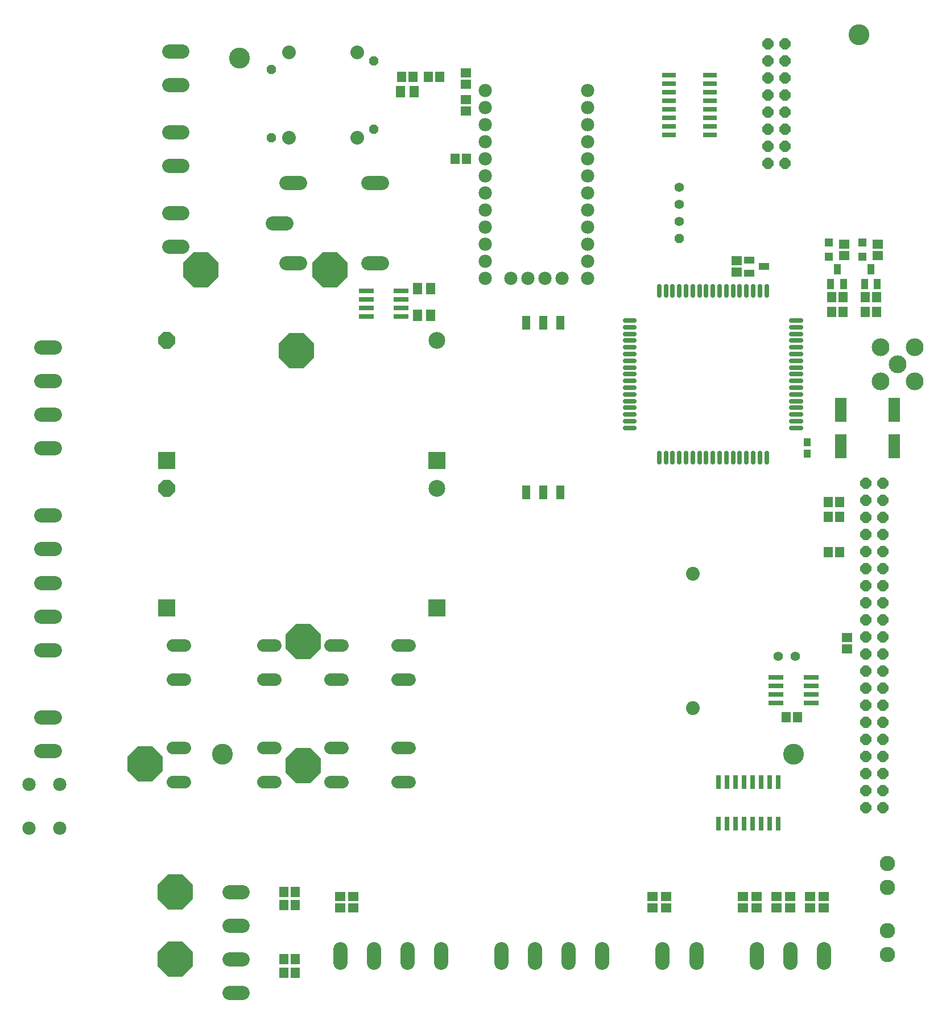
<source format=gts>
G75*
G70*
%OFA0B0*%
%FSLAX24Y24*%
%IPPOS*%
%LPD*%
%AMOC8*
5,1,8,0,0,1.08239X$1,22.5*
%
%ADD10C,0.1221*%
%ADD11R,0.0906X0.0276*%
%ADD12R,0.0552X0.0631*%
%ADD13C,0.0560*%
%ADD14C,0.0808*%
%ADD15C,0.0780*%
%ADD16OC8,0.0555*%
%ADD17C,0.0555*%
%ADD18C,0.0820*%
%ADD19R,0.0910X0.0280*%
%ADD20R,0.0552X0.0670*%
%ADD21R,0.0631X0.0552*%
%ADD22C,0.0276*%
%ADD23C,0.1040*%
%ADD24R,0.0670X0.1418*%
%ADD25R,0.0434X0.0473*%
%ADD26R,0.0512X0.0827*%
%ADD27R,0.0434X0.0591*%
%ADD28R,0.0512X0.0512*%
%ADD29R,0.0591X0.0434*%
%ADD30R,0.0300X0.0840*%
%ADD31C,0.0800*%
%ADD32OC8,0.0560*%
%ADD33OC8,0.0640*%
%ADD34C,0.0745*%
%ADD35R,0.0840X0.0300*%
%ADD36C,0.0900*%
%ADD37R,0.0985X0.0985*%
%ADD38OC8,0.0985*%
%ADD39C,0.0985*%
%ADD40OC8,0.2040*%
D10*
X013930Y015898D03*
X047394Y015898D03*
X014914Y056646D03*
X051233Y058024D03*
D11*
X048418Y020388D03*
X048418Y019888D03*
X048418Y019388D03*
X048418Y018888D03*
X046370Y018888D03*
X046370Y019388D03*
X046370Y019888D03*
X046370Y020388D03*
D12*
X046961Y018063D03*
X047630Y018063D03*
X049422Y027709D03*
X050091Y027709D03*
X050091Y029776D03*
X049422Y029776D03*
X049422Y030662D03*
X050091Y030662D03*
X050288Y041784D03*
X049619Y041784D03*
X049619Y042670D03*
X050288Y042670D03*
X051587Y042670D03*
X051587Y041784D03*
X052256Y041784D03*
X052256Y042670D03*
X028241Y050741D03*
X027571Y050741D03*
X026666Y055563D03*
X025996Y055563D03*
X025091Y055563D03*
X024422Y055563D03*
X018201Y007827D03*
X017532Y007827D03*
X017532Y007040D03*
X018201Y007040D03*
X018201Y003890D03*
X017532Y003890D03*
X017532Y003103D03*
X018201Y003103D03*
D13*
X046500Y021607D03*
X047500Y021607D03*
D14*
X041489Y018595D03*
X041489Y026469D03*
D15*
X035335Y043756D03*
X035335Y044756D03*
X035335Y045756D03*
X035335Y046756D03*
X035335Y047756D03*
X035335Y048756D03*
X035335Y049756D03*
X035335Y050756D03*
X035335Y051756D03*
X035335Y052756D03*
X035335Y053756D03*
X035335Y054756D03*
X029335Y054756D03*
X029335Y053756D03*
X029335Y052756D03*
X029335Y051756D03*
X029335Y050756D03*
X029335Y049756D03*
X029335Y048756D03*
X029335Y047756D03*
X029335Y046756D03*
X029335Y045756D03*
X029335Y044756D03*
X029335Y043756D03*
X030835Y043756D03*
X031835Y043756D03*
X032835Y043756D03*
X033835Y043756D03*
X004386Y014127D03*
X002606Y014127D03*
X002606Y011567D03*
X004386Y011567D03*
D16*
X040701Y046091D03*
D17*
X040701Y047091D03*
X040701Y048091D03*
X040701Y049091D03*
D18*
X023256Y049350D02*
X022476Y049350D01*
X018456Y049350D02*
X017676Y049350D01*
X017656Y047000D02*
X016876Y047000D01*
X017676Y044650D02*
X018456Y044650D01*
X022476Y044650D02*
X023256Y044650D01*
X011564Y045627D02*
X010784Y045627D01*
X010784Y047597D02*
X011564Y047597D01*
X011564Y050351D02*
X010784Y050351D01*
X010784Y052321D02*
X011564Y052321D01*
X011564Y055076D02*
X010784Y055076D01*
X010784Y057046D02*
X011564Y057046D01*
X004083Y039723D02*
X003303Y039723D01*
X003303Y037743D02*
X004083Y037743D01*
X004083Y035786D02*
X003303Y035786D01*
X003303Y033806D02*
X004083Y033806D01*
X004083Y029877D02*
X003303Y029877D01*
X003303Y027907D02*
X004083Y027907D01*
X004083Y025937D02*
X003303Y025937D01*
X003303Y023967D02*
X004083Y023967D01*
X004083Y021997D02*
X003303Y021997D01*
X003303Y018069D02*
X004083Y018069D01*
X004083Y016089D02*
X003303Y016089D01*
X014327Y007833D02*
X015107Y007833D01*
X015107Y005863D02*
X014327Y005863D01*
X014327Y003896D02*
X015107Y003896D01*
X015107Y001926D02*
X014327Y001926D01*
X020814Y003697D02*
X020814Y004477D01*
X022784Y004477D02*
X022784Y003697D01*
X024751Y003697D02*
X024751Y004477D01*
X026721Y004477D02*
X026721Y003697D01*
X030262Y003697D02*
X030262Y004477D01*
X032232Y004477D02*
X032232Y003697D01*
X034199Y003697D02*
X034199Y004477D01*
X036169Y004477D02*
X036169Y003697D01*
X039711Y003697D02*
X039711Y004477D01*
X041681Y004477D02*
X041681Y003697D01*
X045227Y003697D02*
X045227Y004477D01*
X047197Y004477D02*
X047197Y003697D01*
X049167Y003697D02*
X049167Y004477D01*
D19*
X024408Y041526D03*
X024408Y042026D03*
X024408Y042526D03*
X024408Y043026D03*
X022348Y043026D03*
X022348Y042526D03*
X022348Y042026D03*
X022348Y041526D03*
D20*
X025347Y041587D03*
X026134Y041587D03*
X026134Y043162D03*
X025347Y043162D03*
X025150Y054678D03*
X024363Y054678D03*
D21*
X028201Y055130D03*
X028201Y054225D03*
X028201Y053556D03*
X028201Y055800D03*
X044048Y044776D03*
X044048Y044107D03*
X050347Y045091D03*
X050347Y045760D03*
X052315Y045760D03*
X052315Y045091D03*
X050544Y022729D03*
X050544Y022059D03*
X049166Y007571D03*
X049166Y006902D03*
X048378Y006902D03*
X048378Y007571D03*
X047197Y007571D03*
X047197Y006902D03*
X046410Y006902D03*
X046410Y007571D03*
X045229Y007571D03*
X045229Y006902D03*
X044441Y006902D03*
X044441Y007571D03*
X039914Y007571D03*
X039914Y006902D03*
X039126Y006902D03*
X039126Y007571D03*
X021607Y007571D03*
X021607Y006902D03*
X020819Y006902D03*
X020819Y007571D03*
D22*
X039520Y032985D02*
X039520Y033535D01*
X039914Y033535D02*
X039914Y032985D01*
X040307Y032985D02*
X040307Y033535D01*
X040701Y033535D02*
X040701Y032985D01*
X041095Y032985D02*
X041095Y033535D01*
X041489Y033535D02*
X041489Y032985D01*
X041882Y032985D02*
X041882Y033535D01*
X042276Y033535D02*
X042276Y032985D01*
X042670Y032985D02*
X042670Y033535D01*
X043063Y033535D02*
X043063Y032985D01*
X043457Y032985D02*
X043457Y033535D01*
X043851Y033535D02*
X043851Y032985D01*
X044244Y032985D02*
X044244Y033535D01*
X044638Y033535D02*
X044638Y032985D01*
X045032Y032985D02*
X045032Y033535D01*
X045426Y033535D02*
X045426Y032985D01*
X045819Y032985D02*
X045819Y033535D01*
X047277Y034993D02*
X047827Y034993D01*
X047827Y035386D02*
X047277Y035386D01*
X047277Y035780D02*
X047827Y035780D01*
X047827Y036174D02*
X047277Y036174D01*
X047277Y036567D02*
X047827Y036567D01*
X047827Y036961D02*
X047277Y036961D01*
X047277Y037355D02*
X047827Y037355D01*
X047827Y037748D02*
X047277Y037748D01*
X047277Y038142D02*
X047827Y038142D01*
X047827Y038536D02*
X047277Y038536D01*
X047277Y038930D02*
X047827Y038930D01*
X047827Y039323D02*
X047277Y039323D01*
X047277Y039717D02*
X047827Y039717D01*
X047827Y040111D02*
X047277Y040111D01*
X047277Y040504D02*
X047827Y040504D01*
X047827Y040898D02*
X047277Y040898D01*
X047277Y041292D02*
X047827Y041292D01*
X045819Y042749D02*
X045819Y043299D01*
X045426Y043299D02*
X045426Y042749D01*
X045032Y042749D02*
X045032Y043299D01*
X044638Y043299D02*
X044638Y042749D01*
X044244Y042749D02*
X044244Y043299D01*
X043851Y043299D02*
X043851Y042749D01*
X043457Y042749D02*
X043457Y043299D01*
X043063Y043299D02*
X043063Y042749D01*
X042670Y042749D02*
X042670Y043299D01*
X042276Y043299D02*
X042276Y042749D01*
X041882Y042749D02*
X041882Y043299D01*
X041489Y043299D02*
X041489Y042749D01*
X041095Y042749D02*
X041095Y043299D01*
X040701Y043299D02*
X040701Y042749D01*
X040307Y042749D02*
X040307Y043299D01*
X039914Y043299D02*
X039914Y042749D01*
X039520Y042749D02*
X039520Y043299D01*
X038063Y041292D02*
X037513Y041292D01*
X037513Y040898D02*
X038063Y040898D01*
X038063Y040504D02*
X037513Y040504D01*
X037513Y040111D02*
X038063Y040111D01*
X038063Y039717D02*
X037513Y039717D01*
X037513Y039323D02*
X038063Y039323D01*
X038063Y038930D02*
X037513Y038930D01*
X037513Y038536D02*
X038063Y038536D01*
X038063Y038142D02*
X037513Y038142D01*
X037513Y037748D02*
X038063Y037748D01*
X038063Y037355D02*
X037513Y037355D01*
X037513Y036961D02*
X038063Y036961D01*
X038063Y036567D02*
X037513Y036567D01*
X037513Y036174D02*
X038063Y036174D01*
X038063Y035780D02*
X037513Y035780D01*
X037513Y035386D02*
X038063Y035386D01*
X038063Y034993D02*
X037513Y034993D01*
D23*
X052496Y037733D03*
X053496Y038733D03*
X054496Y039733D03*
X052496Y039733D03*
X054496Y037733D03*
D24*
X053300Y036056D03*
X053300Y033930D03*
X050150Y033930D03*
X050150Y036056D03*
D25*
X048181Y034146D03*
X048181Y033477D03*
D26*
X033737Y031209D03*
X032737Y031209D03*
X031737Y031209D03*
X031737Y041138D03*
X032737Y041138D03*
X033737Y041138D03*
D27*
X049579Y043418D03*
X050327Y043418D03*
X049953Y044284D03*
X051548Y043418D03*
X051922Y044284D03*
X052296Y043418D03*
D28*
X051430Y045012D03*
X051430Y045839D03*
X049461Y045839D03*
X049461Y045012D03*
D29*
X045662Y044441D03*
X044796Y044067D03*
X044796Y044815D03*
D30*
X044987Y014254D03*
X045487Y014254D03*
X045987Y014254D03*
X046487Y014254D03*
X044487Y014254D03*
X043987Y014254D03*
X043487Y014254D03*
X042987Y014254D03*
X042987Y011834D03*
X043487Y011834D03*
X043987Y011834D03*
X044487Y011834D03*
X044987Y011834D03*
X045487Y011834D03*
X045987Y011834D03*
X046487Y011834D03*
D31*
X021835Y051981D03*
X017835Y051981D03*
X017835Y056981D03*
X021835Y056981D03*
D32*
X022788Y056481D03*
X022788Y052481D03*
X016784Y051989D03*
X016784Y055989D03*
D33*
X045910Y056489D03*
X045910Y057489D03*
X046910Y057489D03*
X046910Y056489D03*
X046910Y055489D03*
X045910Y055489D03*
X045910Y054489D03*
X046910Y054489D03*
X046910Y053489D03*
X045910Y053489D03*
X045910Y052489D03*
X046910Y052489D03*
X046910Y051489D03*
X045910Y051489D03*
X045910Y050489D03*
X046910Y050489D03*
X051630Y031756D03*
X052630Y031756D03*
X052630Y030756D03*
X051630Y030756D03*
X051630Y029756D03*
X052630Y029756D03*
X052630Y028756D03*
X051630Y028756D03*
X051630Y027756D03*
X051630Y026756D03*
X052630Y026756D03*
X052630Y027756D03*
X052630Y025756D03*
X051630Y025756D03*
X051630Y024756D03*
X051630Y023756D03*
X052630Y023756D03*
X052630Y024756D03*
X052630Y022756D03*
X051630Y022756D03*
X051630Y021756D03*
X052630Y021756D03*
X052630Y020756D03*
X051630Y020756D03*
X051630Y019756D03*
X052630Y019756D03*
X052630Y018756D03*
X051630Y018756D03*
X051630Y017756D03*
X051630Y016756D03*
X052630Y016756D03*
X052630Y017756D03*
X052630Y015756D03*
X051630Y015756D03*
X051630Y014756D03*
X051630Y013756D03*
X052630Y013756D03*
X052630Y014756D03*
X052630Y012756D03*
X051630Y012756D03*
D34*
X024912Y014260D02*
X024207Y014260D01*
X024207Y016260D02*
X024912Y016260D01*
X020975Y016260D02*
X020270Y016260D01*
X020270Y014260D02*
X020975Y014260D01*
X017038Y014260D02*
X016333Y014260D01*
X016333Y016260D02*
X017038Y016260D01*
X017038Y020260D02*
X016333Y020260D01*
X016333Y022260D02*
X017038Y022260D01*
X020270Y022260D02*
X020975Y022260D01*
X020975Y020260D02*
X020270Y020260D01*
X024207Y020260D02*
X024912Y020260D01*
X024912Y022260D02*
X024207Y022260D01*
X011723Y022260D02*
X011018Y022260D01*
X011018Y020260D02*
X011723Y020260D01*
X011723Y016260D02*
X011018Y016260D01*
X011018Y014260D02*
X011723Y014260D01*
D35*
X040082Y052140D03*
X040082Y052640D03*
X040082Y053140D03*
X040082Y053640D03*
X040082Y054140D03*
X040082Y054640D03*
X040082Y055140D03*
X040082Y055640D03*
X042502Y055640D03*
X042502Y055140D03*
X042502Y054640D03*
X042502Y054140D03*
X042502Y053640D03*
X042502Y053140D03*
X042502Y052640D03*
X042502Y052140D03*
D36*
X052906Y009481D03*
X052906Y008103D03*
X052906Y005544D03*
X052906Y004166D03*
D37*
X026489Y024441D03*
X026489Y033103D03*
X010662Y033103D03*
X010662Y024441D03*
D38*
X010662Y031449D03*
X010662Y040111D03*
D39*
X026489Y040111D03*
X026489Y031449D03*
D40*
X011174Y003890D03*
X011174Y007827D03*
X009402Y015307D03*
X018654Y015209D03*
X018654Y022493D03*
X018260Y039520D03*
X020229Y044244D03*
X012650Y044244D03*
M02*

</source>
